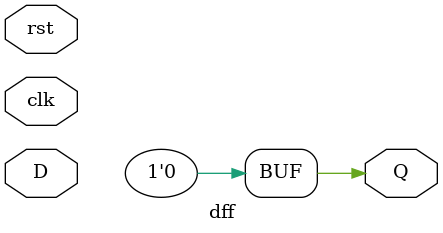
<source format=v>
`timescale 1ns / 1ps

module ring_counter(clk, rst, L, p);
	input clk, rst;	
	output [3:0] L;
	output p;
	
	reg prs;
	wire [3:0] l;
	
	initial prs = 0;
	
	always @(negedge rst) begin
		prs = 1;
	end
	
	dff d0(prs|L[0], clk, rst, l[3]);
	dff d1(L[3], clk, rst, l[2]);
	dff d2(L[2], clk, rst, l[1]);
	dff d3(L[1], clk, rst, l[0]);
	
	always @(posedge clk) begin
		if(prs)
			prs = #1 0;
	end
	assign L = l;
	assign p = prs;
endmodule

module dff(input D, clk, rst, output reg Q);
	initial Q = 0;
	
	always @(rst)
		Q <= 0;
	
	always @(posedge clk)                                    
		Q <= D;
endmodule
</source>
